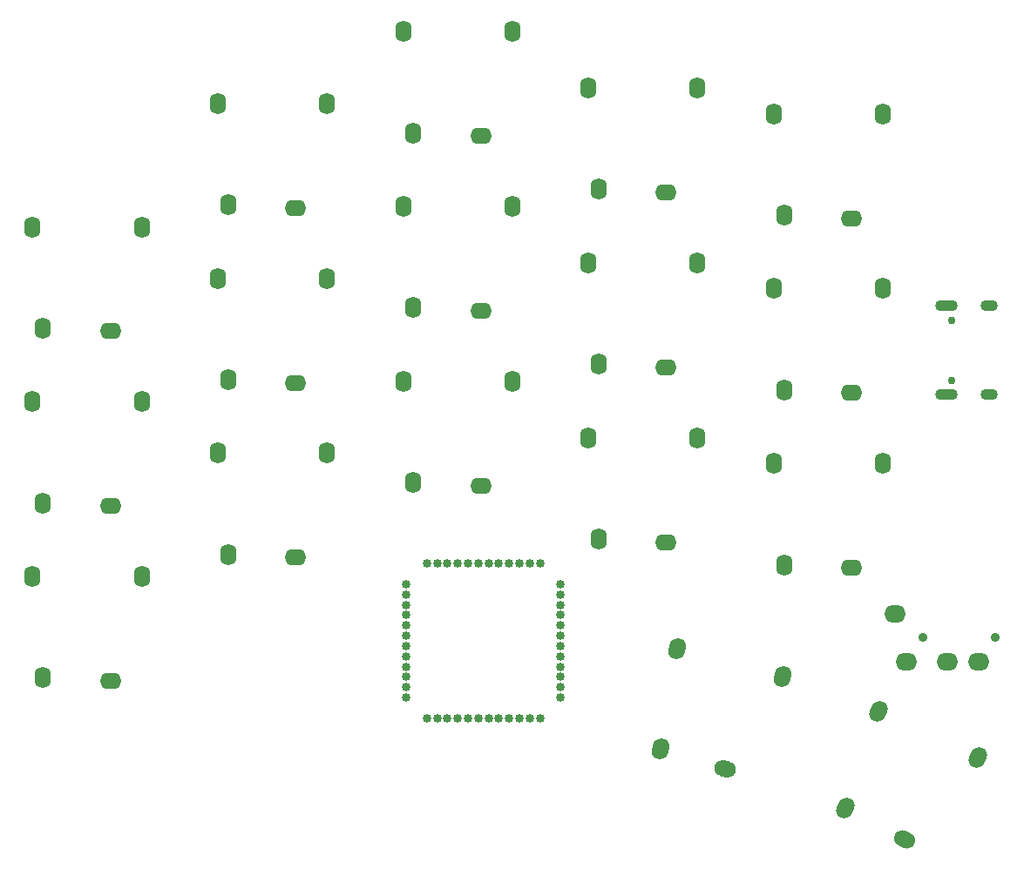
<source format=gbr>
%TF.GenerationSoftware,KiCad,Pcbnew,(6.0.7)*%
%TF.CreationDate,2022-09-28T21:23:56+08:00*%
%TF.ProjectId,ferris_left,66657272-6973-45f6-9c65-66742e6b6963,rev?*%
%TF.SameCoordinates,Original*%
%TF.FileFunction,Soldermask,Bot*%
%TF.FilePolarity,Negative*%
%FSLAX46Y46*%
G04 Gerber Fmt 4.6, Leading zero omitted, Abs format (unit mm)*
G04 Created by KiCad (PCBNEW (6.0.7)) date 2022-09-28 21:23:56*
%MOMM*%
%LPD*%
G01*
G04 APERTURE LIST*
G04 Aperture macros list*
%AMHorizOval*
0 Thick line with rounded ends*
0 $1 width*
0 $2 $3 position (X,Y) of the first rounded end (center of the circle)*
0 $4 $5 position (X,Y) of the second rounded end (center of the circle)*
0 Add line between two ends*
20,1,$1,$2,$3,$4,$5,0*
0 Add two circle primitives to create the rounded ends*
1,1,$1,$2,$3*
1,1,$1,$4,$5*%
G04 Aperture macros list end*
%ADD10O,1.600000X2.100000*%
%ADD11O,2.100000X1.600000*%
%ADD12C,0.750000*%
%ADD13O,1.700000X1.100000*%
%ADD14O,2.200000X1.100000*%
%ADD15HorizOval,1.600000X-0.105655X-0.226577X0.105655X0.226577X0*%
%ADD16HorizOval,1.600000X0.226577X-0.105655X-0.226577X0.105655X0*%
%ADD17C,0.900000*%
%ADD18O,2.100000X1.700000*%
%ADD19HorizOval,1.600000X-0.064705X-0.241481X0.064705X0.241481X0*%
%ADD20HorizOval,1.600000X0.241481X-0.064705X-0.241481X0.064705X0*%
%ADD21C,0.850000*%
G04 APERTURE END LIST*
D10*
%TO.C,K0_0*%
X17700000Y-46100000D03*
D11*
X24250000Y-46400000D03*
D10*
X27300000Y-36250000D03*
X16700000Y-36250000D03*
%TD*%
%TO.C,K1_3*%
X71700000Y-49600000D03*
D11*
X78250000Y-49900000D03*
D10*
X81300000Y-39750000D03*
X70700000Y-39750000D03*
%TD*%
D12*
%TO.C,J1*%
X105985000Y-45370000D03*
X105985000Y-51150000D03*
D13*
X109635000Y-52580000D03*
X109635000Y-43940000D03*
D14*
X105455000Y-43940000D03*
X105455000Y-52580000D03*
%TD*%
D10*
%TO.C,K0_1*%
X35700000Y-34100000D03*
D11*
X42250000Y-34400000D03*
D10*
X45300000Y-24250000D03*
X34700000Y-24250000D03*
%TD*%
%TO.C,K2_4*%
X89700000Y-69100000D03*
D11*
X96250000Y-69400000D03*
D10*
X99300000Y-59250000D03*
X88700000Y-59250000D03*
%TD*%
%TO.C,K0_3*%
X71700000Y-32600000D03*
D11*
X78250000Y-32900000D03*
D10*
X81300000Y-22750000D03*
X70700000Y-22750000D03*
%TD*%
%TO.C,K2_0*%
X17700000Y-80100000D03*
D11*
X24250000Y-80400000D03*
D10*
X27300000Y-70250000D03*
X16700000Y-70250000D03*
%TD*%
%TO.C,K2_3*%
X71700000Y-66600000D03*
D11*
X78250000Y-66900000D03*
D10*
X81300000Y-56750000D03*
X70700000Y-56750000D03*
%TD*%
%TO.C,K0_4*%
X89700000Y-35100000D03*
D11*
X96250000Y-35400000D03*
D10*
X99300000Y-25250000D03*
X88700000Y-25250000D03*
%TD*%
%TO.C,K1_0*%
X17700000Y-63100000D03*
D11*
X24250000Y-63400000D03*
D10*
X27300000Y-53250000D03*
X16700000Y-53250000D03*
%TD*%
%TO.C,K0_2*%
X53700000Y-27100000D03*
D11*
X60250000Y-27400000D03*
D10*
X63300000Y-17250000D03*
X52700000Y-17250000D03*
%TD*%
D15*
%TO.C,K3_4*%
X95625517Y-92726776D03*
D16*
X101435048Y-95766818D03*
D15*
X108488862Y-87856780D03*
X98881999Y-83377026D03*
%TD*%
D10*
%TO.C,K1_1*%
X35700000Y-51100000D03*
D11*
X42250000Y-51400000D03*
D10*
X45300000Y-41250000D03*
X34700000Y-41250000D03*
%TD*%
%TO.C,K1_2*%
X53700000Y-44100000D03*
D11*
X60250000Y-44400000D03*
D10*
X63300000Y-34250000D03*
X52700000Y-34250000D03*
%TD*%
%TO.C,K2_1*%
X35700000Y-68100000D03*
D11*
X42250000Y-68400000D03*
D10*
X45300000Y-58250000D03*
X34700000Y-58250000D03*
%TD*%
%TO.C,K1_4*%
X89700000Y-52100000D03*
D11*
X96250000Y-52400000D03*
D10*
X99300000Y-42250000D03*
X88700000Y-42250000D03*
%TD*%
D17*
%TO.C,Jack0*%
X110192500Y-76200000D03*
X103192500Y-76200000D03*
D18*
X105592500Y-78500000D03*
X108592500Y-78500000D03*
X100492500Y-73900000D03*
X101592500Y-78500000D03*
%TD*%
D19*
%TO.C,K3_3*%
X77711542Y-86998300D03*
D20*
X83960710Y-88983342D03*
D19*
X89533797Y-79968593D03*
X79294984Y-77225111D03*
%TD*%
D10*
%TO.C,K2_2*%
X53700000Y-61100000D03*
D11*
X60250000Y-61400000D03*
D10*
X63300000Y-51250000D03*
X52700000Y-51250000D03*
%TD*%
D21*
%TO.C,U1*%
X55000000Y-84000000D03*
X56000000Y-84000000D03*
X57000000Y-84000000D03*
X58000000Y-84000000D03*
X59000000Y-84000000D03*
X60000000Y-84000000D03*
X61000000Y-84000000D03*
X62000000Y-84000000D03*
X63000000Y-84000000D03*
X64000000Y-84000000D03*
X65000000Y-84000000D03*
X66000000Y-84000000D03*
X68000000Y-82000000D03*
X68000000Y-81000000D03*
X68000000Y-80000000D03*
X68000000Y-79000000D03*
X68000000Y-78000000D03*
X68000000Y-77000000D03*
X68000000Y-76000000D03*
X68000000Y-75000000D03*
X68000000Y-74000000D03*
X68000000Y-73000000D03*
X68000000Y-72000000D03*
X68000000Y-71000000D03*
X66000000Y-69000000D03*
X65000000Y-69000000D03*
X64000000Y-69000000D03*
X63000000Y-69000000D03*
X62000000Y-69000000D03*
X61000000Y-69000000D03*
X60000000Y-69000000D03*
X59000000Y-69000000D03*
X58000000Y-69000000D03*
X57000000Y-69000000D03*
X56000000Y-69000000D03*
X55000000Y-69000000D03*
X53000000Y-71000000D03*
X53000000Y-72000000D03*
X53000000Y-73000000D03*
X53000000Y-74000000D03*
X53000000Y-75000000D03*
X53000000Y-76000000D03*
X53000000Y-77000000D03*
X53000000Y-78000000D03*
X53000000Y-79000000D03*
X53000000Y-80000000D03*
X53000000Y-81000000D03*
X53000000Y-82000000D03*
%TD*%
M02*

</source>
